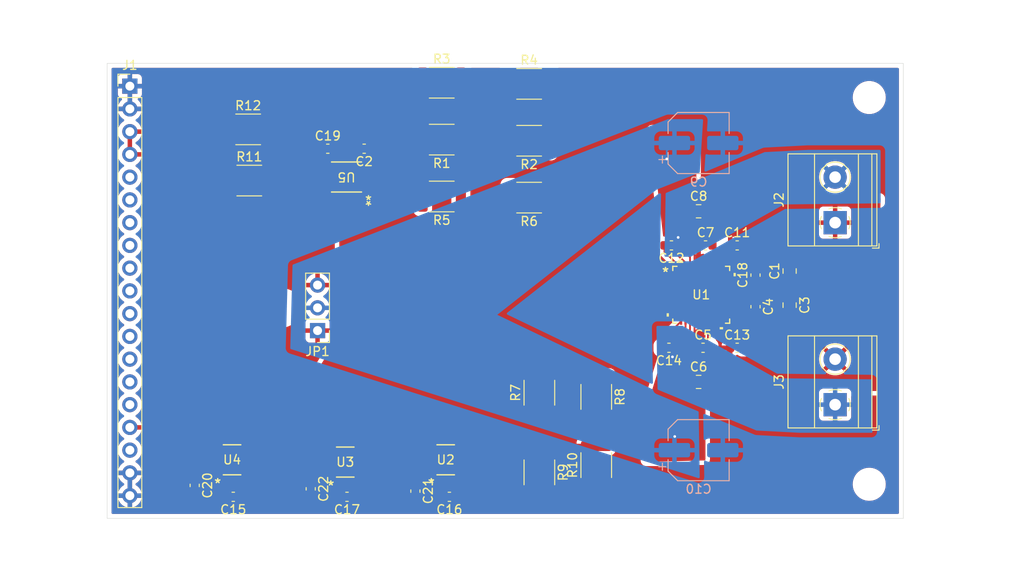
<source format=kicad_pcb>
(kicad_pcb (version 20221018) (generator pcbnew)
  (layers (0 "F.Cu" signal) (31 "B.Cu" signal) (34 "B.Paste" user) (35 "F.Paste" user) (36 "B.SilkS" user "B.Silkscreen") (37 "F.SilkS" user "F.Silkscreen") (38 "B.Mask" user) (39 "F.Mask" user) (44 "Edge.Cuts" user))
  (net 0 "")
  (net 1 "OUTL-")
  (net 2 "OUTL+")
  (net 3 "OUTR-")
  (net 4 "OUTR+")
  (net 5 "GND")
  (net 6 "SCL_AMP")
  (net 7 "SDA_AMP")
  (net 8 "LRCLK")
  (net 9 "SDATA")
  (net 10 "BCLK")
  (net 11 "BSTR+")
  (net 12 "PVDD")
  (net 13 "BSTR-")
  (net 14 "+5V")
  (net 15 "ADDR0")
  (net 16 "ADDR1")
  (net 17 "+1V8")
  (net 18 "BSTL-")
  (net 19 "BSTL+")
  (net 20 "+3.3V")
  (net 21 "SDA_3V3")
  (net 22 "SCL_3V3")
  (net 23 "SDA")
  (net 24 "SCL")
  (net 25 "+12V")
  (net 27 "BCLK_3V3")
  (net 28 "LRCLK_3V3")
  (net 29 "SDATA_3V3")
  (footprint "Connector_PinHeader_2.54mm:PinHeader_1x03_P2.54mm_Vertical" (layer "F.Cu") (at 126.365 108.57 180)
    (fp_text reference "JP1" (at 0 -2.33) (layer "F.SilkS"))
    (fp_text value "Jumper_3_Open")
    (pad "1" thru_hole rect (at 0 0 180) (size 1.7 1.7) (drill 1) (layers "*.Cu" "*.Mask") (net 14 "+5V"))
    (pad "2" thru_hole oval (at 0 2.54 180) (size 1.7 1.7) (drill 1) (layers "*.Cu" "*.Mask") (net 12 "PVDD"))
    (pad "3" thru_hole oval (at 0 5.08 180) (size 1.7 1.7) (drill 1) (layers "*.Cu" "*.Mask") (net 25 "+12V"))
  )
  (footprint "Resistor_SMD:R_1812_4532Metric" (layer "F.Cu") (at 149.987 81.026)
    (fp_text reference "R4" (at 0 -2.65) (layer "F.SilkS"))
    (fp_text value "0")
    (pad "1" smd roundrect (at -2.1375 0) (size 1.125 3.4) (layers "F.Cu" "F.Paste" "F.Mask") (roundrect_rratio 0.222222) (net 7 "SDA_AMP"))
    (pad "2" smd roundrect (at 2.1375 0) (size 1.125 3.4) (layers "F.Cu" "F.Paste" "F.Mask") (roundrect_rratio 0.222222) (net 5 "GND"))
  )
  (footprint "Connector_PinHeader_2.54mm:PinHeader_1x19_P2.54mm_Vertical" (layer "F.Cu") (at 105.41 81.28)
    (fp_text reference "J1" (at 0 -2.33) (layer "F.SilkS"))
    (fp_text value "Conn_01x19_Pin")
    (pad "1" thru_hole rect (at 0 0) (size 1.7 1.7) (drill 1) (layers "*.Cu" "*.Mask") (net 5 "GND"))
    (pad "2" thru_hole oval (at 0 2.54) (size 1.7 1.7) (drill 1) (layers "*.Cu" "*.Mask") (net 5 "GND"))
    (pad "3" thru_hole oval (at 0 5.08) (size 1.7 1.7) (drill 1) (layers "*.Cu" "*.Mask") (net 25 "+12V"))
    (pad "4" thru_hole oval (at 0 7.62) (size 1.7 1.7) (drill 1) (layers "*.Cu" "*.Mask") (net 25 "+12V"))
    (pad "5" thru_hole oval (at 0 10.16) (size 1.7 1.7) (drill 1) (layers "*.Cu" "*.Mask"))
    (pad "6" thru_hole oval (at 0 12.7) (size 1.7 1.7) (drill 1) (layers "*.Cu" "*.Mask") (net 27 "BCLK_3V3"))
    (pad "7" thru_hole oval (at 0 15.24) (size 1.7 1.7) (drill 1) (layers "*.Cu" "*.Mask") (net 28 "LRCLK_3V3"))
    (pad "8" thru_hole oval (at 0 17.78) (size 1.7 1.7) (drill 1) (layers "*.Cu" "*.Mask") (net 29 "SDATA_3V3"))
    (pad "9" thru_hole oval (at 0 20.32) (size 1.7 1.7) (drill 1) (layers "*.Cu" "*.Mask"))
    (pad "10" thru_hole oval (at 0 22.86) (size 1.7 1.7) (drill 1) (layers "*.Cu" "*.Mask") (net 21 "SDA_3V3"))
    (pad "11" thru_hole oval (at 0 25.4) (size 1.7 1.7) (drill 1) (layers "*.Cu" "*.Mask") (net 22 "SCL_3V3"))
    (pad "12" thru_hole oval (at 0 27.94) (size 1.7 1.7) (drill 1) (layers "*.Cu" "*.Mask"))
    (pad "13" thru_hole oval (at 0 30.48) (size 1.7 1.7) (drill 1) (layers "*.Cu" "*.Mask"))
    (pad "14" thru_hole oval (at 0 33.02) (size 1.7 1.7) (drill 1) (layers "*.Cu" "*.Mask"))
    (pad "15" thru_hole oval (at 0 35.56) (size 1.7 1.7) (drill 1) (layers "*.Cu" "*.Mask"))
    (pad "16" thru_hole oval (at 0 38.1) (size 1.7 1.7) (drill 1) (layers "*.Cu" "*.Mask") (net 14 "+5V"))
    (pad "17" thru_hole oval (at 0 40.64) (size 1.7 1.7) (drill 1) (layers "*.Cu" "*.Mask") (net 20 "+3.3V"))
    (pad "18" thru_hole oval (at 0 43.18) (size 1.7 1.7) (drill 1) (layers "*.Cu" "*.Mask") (net 5 "GND"))
    (pad "19" thru_hole oval (at 0 45.72) (size 1.7 1.7) (drill 1) (layers "*.Cu" "*.Mask") (net 5 "GND"))
  )
  (footprint "Capacitor_SMD:C_0805_2012Metric" (layer "F.Cu") (at 168.91 95.25)
    (fp_text reference "C8" (at 0 -1.68) (layer "F.SilkS"))
    (fp_text value "10uF")
    (pad "1" smd roundrect (at -0.95 0) (size 1 1.45) (layers "F.Cu" "F.Paste" "F.Mask") (net 12 "PVDD"))
    (pad "2" smd roundrect (at 0.95 0) (size 1 1.45) (layers "F.Cu" "F.Paste" "F.Mask") (net 5 "GND"))
  )
  (footprint "Capacitor_SMD:C_0603_1608Metric" (layer "F.Cu") (at 137.287 126.492 -90)
    (fp_text reference "C21" (at 0 -1.43 90) (layer "F.SilkS"))
    (fp_text value "0.1uF")
    (pad "1" smd roundrect (at -0.775 0 270) (size 0.9 0.95) (layers "F.Cu" "F.Paste" "F.Mask") (net 20 "+3.3V"))
    (pad "2" smd roundrect (at 0.775 0 270) (size 0.9 0.95) (layers "F.Cu" "F.Paste" "F.Mask") (net 5 "GND"))
  )
  (footprint "Capacitor_SMD:C_0603_1608Metric" (layer "F.Cu") (at 165.595 110.49 180)
    (fp_text reference "C14" (at 0 -1.43) (layer "F.SilkS"))
    (fp_text value "0.22uF")
    (pad "1" smd roundrect (at -0.775 0 180) (size 0.9 0.95) (layers "F.Cu" "F.Paste" "F.Mask") (net 4 "OUTR+"))
    (pad "2" smd roundrect (at 0.775 0 180) (size 0.9 0.95) (layers "F.Cu" "F.Paste" "F.Mask") (net 11 "BSTR+"))
  )
  (footprint "Capacitor_SMD:C_0603_1608Metric" (layer "F.Cu") (at 165.875 99.06 180)
    (fp_text reference "C12" (at 0 -1.43) (layer "F.SilkS"))
    (fp_text value "0.22uF")
    (pad "1" smd roundrect (at -0.775 0 180) (size 0.9 0.95) (layers "F.Cu" "F.Paste" "F.Mask") (net 2 "OUTL+"))
    (pad "2" smd roundrect (at 0.775 0 180) (size 0.9 0.95) (layers "F.Cu" "F.Paste" "F.Mask") (net 19 "BSTL+"))
  )
  (footprint "Capacitor_SMD:C_0805_2012Metric" (layer "F.Cu") (at 179.07 101.92 90)
    (fp_text reference "C1" (at 0 -1.68 90) (layer "F.SilkS"))
    (fp_text value "10uF")
    (pad "1" smd roundrect (at -0.95 0 90) (size 1 1.45) (layers "F.Cu" "F.Paste" "F.Mask") (net 17 "+1V8"))
    (pad "2" smd roundrect (at 0.95 0 90) (size 1 1.45) (layers "F.Cu" "F.Paste" "F.Mask") (net 5 "GND"))
  )
  (footprint "Resistor_SMD:R_1812_4532Metric" (layer "F.Cu") (at 151.13 124.3975 -90)
    (fp_text reference "R9" (at 0 -2.65 90) (layer "F.SilkS"))
    (fp_text value "0")
    (pad "1" smd roundrect (at -2.1375 0 270) (size 1.125 3.4) (layers "F.Cu" "F.Paste" "F.Mask") (roundrect_rratio 0.222222) (net 17 "+1V8"))
    (pad "2" smd roundrect (at 2.1375 0 270) (size 1.125 3.4) (layers "F.Cu" "F.Paste" "F.Mask") (roundrect_rratio 0.222222) (net 16 "ADDR1"))
  )
  (footprint "Resistor_SMD:R_1812_4532Metric" (layer "F.Cu") (at 140.2295 93.599 180)
    (fp_text reference "R5" (at 0 -2.65) (layer "F.SilkS"))
    (fp_text value "0")
    (pad "1" smd roundrect (at -2.1375 0 180) (size 1.125 3.4) (layers "F.Cu" "F.Paste" "F.Mask") (roundrect_rratio 0.222222) (net 24 "SCL"))
    (pad "2" smd roundrect (at 2.1375 0 180) (size 1.125 3.4) (layers "F.Cu" "F.Paste" "F.Mask") (roundrect_rratio 0.222222) (net 6 "SCL_AMP"))
  )
  (footprint "Resistor_SMD:R_1812_4532Metric" (layer "F.Cu") (at 149.987 93.726 180)
    (fp_text reference "R6" (at 0 -2.65) (layer "F.SilkS"))
    (fp_text value "0")
    (pad "1" smd roundrect (at -2.1375 0 180) (size 1.125 3.4) (layers "F.Cu" "F.Paste" "F.Mask") (roundrect_rratio 0.222222) (net 23 "SDA"))
    (pad "2" smd roundrect (at 2.1375 0 180) (size 1.125 3.4) (layers "F.Cu" "F.Paste" "F.Mask") (roundrect_rratio 0.222222) (net 7 "SDA_AMP"))
  )
  (footprint "TerminalBlock_Phoenix:TerminalBlock_Phoenix_MKDS-1,5-2-5.08_1x02_P5.08mm_Horizontal" (layer "F.Cu") (at 184.15 96.52 90)
    (fp_text reference "J2" (at 2.54 -6.26 90) (layer "F.SilkS"))
    (fp_text value "Screw_Terminal_01x02" hide)
    (pad "1" thru_hole rect (at 0 0 90) (size 2.6 2.6) (drill 1.3) (layers "*.Cu" "*.Mask") (net 1 "OUTL-"))
    (pad "2" thru_hole circle (at 5.08 0 90) (size 2.6 2.6) (drill 1.3) (layers "*.Cu" "*.Mask") (net 2 "OUTL+"))
  )
  (footprint "Resistor_SMD:R_1812_4532Metric" (layer "F.Cu") (at 157.48 123.5925 90)
    (fp_text reference "R10" (at 0 -2.65 90) (layer "F.SilkS"))
    (fp_text value "0")
    (pad "1" smd roundrect (at -2.1375 0 90) (size 1.125 3.4) (layers "F.Cu" "F.Paste" "F.Mask") (roundrect_rratio 0.222222) (net 16 "ADDR1"))
    (pad "2" smd roundrect (at 2.1375 0 90) (size 1.125 3.4) (layers "F.Cu" "F.Paste" "F.Mask") (roundrect_rratio 0.222222) (net 5 "GND"))
  )
  (footprint "Resistor_SMD:R_1812_4532Metric" (layer "F.Cu") (at 118.618 86.106)
    (fp_text reference "R12" (at 0 -2.65) (layer "F.SilkS"))
    (fp_text value "10k")
    (pad "1" smd roundrect (at -2.1375 0) (size 1.125 3.4) (layers "F.Cu" "F.Paste" "F.Mask") (roundrect_rratio 0.222222) (net 20 "+3.3V"))
    (pad "2" smd roundrect (at 2.1375 0) (size 1.125 3.4) (layers "F.Cu" "F.Paste" "F.Mask") (roundrect_rratio 0.222222) (net 21 "SDA_3V3"))
  )
  (footprint "Resistor_SMD:R_1812_4532Metric" (layer "F.Cu") (at 140.2295 80.899)
    (fp_text reference "R3" (at 0 -2.65) (layer "F.SilkS"))
    (fp_text value "0")
    (pad "1" smd roundrect (at -2.1375 0) (size 1.125 3.4) (layers "F.Cu" "F.Paste" "F.Mask") (roundrect_rratio 0.222222) (net 6 "SCL_AMP"))
    (pad "2" smd roundrect (at 2.1375 0) (size 1.125 3.4) (layers "F.Cu" "F.Paste" "F.Mask") (roundrect_rratio 0.222222) (net 5 "GND"))
  )
  (footprint "Capacitor_SMD:C_0805_2012Metric" (layer "F.Cu") (at 179.07 105.73 -90)
    (fp_text reference "C3" (at 0 -1.68 90) (layer "F.SilkS"))
    (fp_text value "10uF")
    (pad "1" smd roundrect (at -0.95 0 270) (size 1 1.45) (layers "F.Cu" "F.Paste" "F.Mask") (net 14 "+5V"))
    (pad "2" smd roundrect (at 0.95 0 270) (size 1 1.45) (layers "F.Cu" "F.Paste" "F.Mask") (net 5 "GND"))
  )
  (footprint "I2C_Level_Shift:SOT505-1_NXP" (layer "F.Cu") (at 129.6006 91.4244 180)
    (fp_text reference "U5" (at 0 0 180 unlocked) (layer "F.SilkS"))
    (fp_text value "PCA9517ADP")
    (fp_text user "*" (at -2.4511 -2.626 180 unlocked) (layer "F.SilkS"))
    (fp_text user "*" (at -2.4511 -2.626) (layer "F.SilkS"))
    (pad "1" smd rect (at -2.1971 -0.974999 180) (size 1.4224 0.508) (layers "F.Cu" "F.Paste" "F.Mask") (net 17 "+1V8"))
    (pad "2" smd rect (at -2.1971 -0.325001 180) (size 1.4224 0.508) (layers "F.Cu" "F.Paste" "F.Mask") (net 24 "SCL"))
    (pad "3" smd rect (at -2.1971 0.325001 180) (size 1.4224 0.508) (layers "F.Cu" "F.Paste" "F.Mask") (net 23 "SDA"))
    (pad "4" smd rect (at -2.1971 0.974999 180) (size 1.4224 0.508) (layers "F.Cu" "F.Paste" "F.Mask") (net 5 "GND"))
    (pad "5" smd rect (at 2.1971 0.974999 180) (size 1.4224 0.508) (layers "F.Cu" "F.Paste" "F.Mask") (net 20 "+3.3V"))
    (pad "6" smd rect (at 2.1971 0.325001 180) (size 1.4224 0.508) (layers "F.Cu" "F.Paste" "F.Mask") (net 21 "SDA_3V3"))
    (pad "7" smd rect (at 2.1971 -0.325001 180) (size 1.4224 0.508) (layers "F.Cu" "F.Paste" "F.Mask") (net 22 "SCL_3V3"))
    (pad "8" smd rect (at 2.1971 -0.974999 180) (size 1.4224 0.508) (layers "F.Cu" "F.Paste" "F.Mask") (net 20 "+3.3V"))
  )
  (footprint "MountingHole:MountingHole_3.2mm_M3" (layer "F.Cu") (at 187.96 125.73)
    (fp_text reference "H2" hide)
    (fp_text value "MountingHole" hide)
    (pad "" np_thru_hole circle (at 0 0) (size 3.2 3.2) (drill 3.2) (layers "*.Cu" "*.Mask"))
  )
  (footprint "Capacitor_SMD:C_0603_1608Metric" (layer "F.Cu") (at 169.405 110.49)
    (fp_text reference "C5" (at 0 -1.43) (layer "F.SilkS"))
    (fp_text value "0.1uF")
    (pad "1" smd roundrect (at -0.775 0) (size 0.9 0.95) (layers "F.Cu" "F.Paste" "F.Mask") (net 12 "PVDD"))
    (pad "2" smd roundrect (at 0.775 0) (size 0.9 0.95) (layers "F.Cu" "F.Paste" "F.Mask") (net 5 "GND"))
  )
  (footprint "Capacitor_SMD:C_0603_1608Metric" (layer "F.Cu") (at 125.603 126.238 -90)
    (fp_text reference "C22" (at 0 -1.43 90) (layer "F.SilkS"))
    (fp_text value "0.1uF")
    (pad "1" smd roundrect (at -0.775 0 270) (size 0.9 0.95) (layers "F.Cu" "F.Paste" "F.Mask") (net 20 "+3.3V"))
    (pad "2" smd roundrect (at 0.775 0 270) (size 0.9 0.95) (layers "F.Cu" "F.Paste" "F.Mask") (net 5 "GND"))
  )
  (footprint "Resistor_SMD:R_1812_4532Metric" (layer "F.Cu") (at 151.13 115.5075 90)
    (fp_text reference "R7" (at 0 -2.65 90) (layer "F.SilkS"))
    (fp_text value "0")
    (pad "1" smd roundrect (at -2.1375 0 90) (size 1.125 3.4) (layers "F.Cu" "F.Paste" "F.Mask") (roundrect_rratio 0.222222) (net 17 "+1V8"))
    (pad "2" smd roundrect (at 2.1375 0 90) (size 1.125 3.4) (layers "F.Cu" "F.Paste" "F.Mask") (roundrect_rratio 0.222222) (net 15 "ADDR0"))
  )
  (footprint "TerminalBlock_Phoenix:TerminalBlock_Phoenix_MKDS-1,5-2-5.08_1x02_P5.08mm_Horizontal" (layer "F.Cu") (at 184.15 116.84 90)
    (fp_text reference "J3" (at 2.54 -6.26 90) (layer "F.SilkS"))
    (fp_text value "Screw_Terminal_01x02" hide)
    (pad "1" thru_hole rect (at 0 0 90) (size 2.6 2.6) (drill 1.3) (layers "*.Cu" "*.Mask") (net 4 "OUTR+"))
    (pad "2" thru_hole circle (at 5.08 0 90) (size 2.6 2.6) (drill 1.3) (layers "*.Cu" "*.Mask") (net 3 "OUTR-"))
  )
  (footprint "1Bit_Level_Shift:SOT26-6_DIO" (layer "F.Cu") (at 140.67155 122.997001)
    (fp_text reference "U2" (at 0 0 unlocked) (layer "F.SilkS"))
    (fp_text value "74LVC1T45W6-7")
    (fp_text user "*" (at -1.60655 2.6518 unlocked) (layer "F.SilkS"))
    (fp_text user "*" (at -1.60655 2.6518) (layer "F.SilkS"))
    (pad "1" smd rect (at -1.35255 0.950001) (size 1.0033 0.5588) (layers "F.Cu" "F.Paste" "F.Mask") (net 20 "+3.3V"))
    (pad "2" smd rect (at -1.35255 0) (size 1.0033 0.5588) (layers "F.Cu" "F.Paste" "F.Mask") (net 5 "GND"))
    (pad "3" smd rect (at -1.35255 -0.950001) (size 1.0033 0.5588) (layers "F.Cu" "F.Paste" "F.Mask") (net 29 "SDATA_3V3"))
    (pad "4" smd rect (at 1.35255 -0.950001) (size 1.0033 0.5588) (layers "F.Cu" "F.Paste" "F.Mask") (net 9 "SDATA"))
    (pad "5" smd rect (at 1.35255 0) (size 1.0033 0.5588) (layers "F.Cu" "F.Paste" "F.Mask") (net 20 "+3.3V"))
    (pad "6" smd rect (at 1.35255 0.950001) (size 1.0033 0.5588) (layers "F.Cu" "F.Paste" "F.Mask") (net 17 "+1V8"))
  )
  (footprint "Resistor_SMD:R_1812_4532Metric" (layer "F.Cu") (at 157.48 115.9725 -90)
    (fp_text reference "R8" (at 0 -2.65 90) (layer "F.SilkS"))
    (fp_text value "0")
    (pad "1" smd roundrect (at -2.1375 0 270) (size 1.125 3.4) (layers "F.Cu" "F.Paste" "F.Mask") (roundrect_rratio 0.222222) (net 15 "ADDR0"))
    (pad "2" smd roundrect (at 2.1375 0 270) (size 1.125 3.4) (layers "F.Cu" "F.Paste" "F.Mask") (roundrect_rratio 0.222222) (net 5 "GND"))
  )
  (footprint "Capacitor_SMD:C_0805_2012Metric" (layer "F.Cu") (at 168.91 114.3)
    (fp_text reference "C6" (at 0 -1.68) (layer "F.SilkS"))
    (fp_text value "10uF")
    (pad "1" smd roundrect (at -0.95 0) (size 1 1.45) (layers "F.Cu" "F.Paste" "F.Mask") (net 12 "PVDD"))
    (pad "2" smd roundrect (at 0.95 0) (size 1 1.45) (layers "F.Cu" "F.Paste" "F.Mask") (net 5 "GND"))
  )
  (footprint "Capacitor_SMD:C_0603_1608Metric" (layer "F.Cu") (at 112.649 125.857 -90)
    (fp_text reference "C20" (at 0 -1.43 90) (layer "F.SilkS"))
    (fp_text value "0.1uF")
    (pad "1" smd roundrect (at -0.775 0 270) (size 0.9 0.95) (layers "F.Cu" "F.Paste" "F.Mask") (net 20 "+3.3V"))
    (pad "2" smd roundrect (at 0.775 0 270) (size 0.9 0.95) (layers "F.Cu" "F.Paste" "F.Mask") (net 5 "GND"))
  )
  (footprint "Capacitor_SMD:C_0603_1608Metric" (layer "F.Cu") (at 127.508 88.265)
    (fp_text reference "C19" (at 0 -1.43) (layer "F.SilkS"))
    (fp_text value "0.1uF")
    (pad "1" smd roundrect (at -0.775 0) (size 0.9 0.95) (layers "F.Cu" "F.Paste" "F.Mask") (net 20 "+3.3V"))
    (pad "2" smd roundrect (at 0.775 0) (size 0.9 0.95) (layers "F.Cu" "F.Paste" "F.Mask") (net 5 "GND"))
  )
  (footprint "Capacitor_SMD:C_0603_1608Metric" (layer "F.Cu") (at 129.654 127.127 180)
    (fp_text reference "C17" (at 0 -1.43) (layer "F.SilkS"))
    (fp_text value "0.1uF")
    (pad "1" smd roundrect (at -0.775 0 180) (size 0.9 0.95) (layers "F.Cu" "F.Paste" "F.Mask") (net 17 "+1V8"))
    (pad "2" smd roundrect (at 0.775 0 180) (size 0.9 0.95) (layers "F.Cu" "F.Paste" "F.Mask") (net 5 "GND"))
  )
  (footprint "Capacitor_SMD:C_0603_1608Metric" (layer "F.Cu") (at 175.26 105.905 -90)
    (fp_text reference "C4" (at 0 -1.43 90) (layer "F.SilkS"))
    (fp_text value "0.1uF")
    (pad "1" smd roundrect (at -0.775 0 270) (size 0.9 0.95) (layers "F.Cu" "F.Paste" "F.Mask") (net 14 "+5V"))
    (pad "2" smd roundrect (at 0.775 0 270) (size 0.9 0.95) (layers "F.Cu" "F.Paste" "F.Mask") (net 5 "GND"))
  )
  (footprint "SSM3582_ClassD_Audio_Amp:CP_40_7_ADI" (layer "F.Cu") (at 169.199999 104.5718)
    (fp_text reference "U1" (at 0 0 unlocked) (layer "F.SilkS"))
    (fp_text value "SSM3582ACPZ")
    (fp_text user "*" (at -3.9878 -2.5 unlocked) (layer "F.SilkS"))
    (fp_text user "*" (at -3.9878 -2.5) (layer "F.SilkS"))
    (pad "1" smd rect (at -2.9718 -2.250001 90) (size 0.254 0.762) (layers "F.Cu" "F.Paste" "F.Mask") (net 5 "GND"))
    (pad "2" smd rect (at -2.9718 -1.749999 90) (size 0.254 0.762) (layers "F.Cu" "F.Paste" "F.Mask") (net 5 "GND"))
    (pad "3" smd rect (at -2.9718 -1.25 90) (size 0.254 0.762) (layers "F.Cu" "F.Paste" "F.Mask") (net 5 "GND"))
    (pad "4" smd rect (at -2.9718 -0.750001 90) (size 0.254 0.762) (layers "F.Cu" "F.Paste" "F.Mask") (net 6 "SCL_AMP"))
    (pad "5" smd rect (at -2.9718 -0.25 90) (size 0.254 0.762) (layers "F.Cu" "F.Paste" "F.Mask") (net 7 "SDA_AMP"))
    (pad "6" smd rect (at -2.9718 0.25 90) (size 0.254 0.762) (layers "F.Cu" "F.Paste" "F.Mask") (net 8 "LRCLK"))
    (pad "7" smd rect (at -2.9718 0.750001 90) (size 0.254 0.762) (layers "F.Cu" "F.Paste" "F.Mask") (net 9 "SDATA"))
    (pad "8" smd rect (at -2.9718 1.25 90) (size 0.254 0.762) (layers "F.Cu" "F.Paste" "F.Mask") (net 10 "BCLK"))
    (pad "9" smd rect (at -2.9718 1.749999 90) (size 0.254 0.762) (layers "F.Cu" "F.Paste" "F.Mask") (net 5 "GND"))
    (pad "10" smd rect (at -2.9718 2.250001 90) (size 0.254 0.762) (layers "F.Cu" "F.Paste" "F.Mask") (net 5 "GND"))
    (pad "11" smd rect (at -2.250001 2.9718) (size 0.254 0.762) (layers "F.Cu" "F.Paste" "F.Mask") (net 11 "BSTR+"))
    (pad "12" smd rect (at -1.749999 2.9718) (size 0.254 0.762) (layers "F.Cu" "F.Paste" "F.Mask") (net 4 "OUTR+"))
    (pad "13" smd rect (at -1.25 2.9718) (size 0.254 0.762) (layers "F.Cu" "F.Paste" "F.Mask") (net 4 "OUTR+"))
    (pad "14" smd rect (at -0.750001 2.9718) (size 0.254 0.762) (layers "F.Cu" "F.Paste" "F.Mask") (net 12 "PVDD"))
    (pad "15" smd rect (at -0.25 2.9718) (size 0.254 0.762) (layers "F.Cu" "F.Paste" "F.Mask") (net 12 "PVDD"))
    (pad "16" smd rect (at 0.25 2.9718) (size 0.254 0.762) (layers "F.Cu" "F.Paste" "F.Mask") (net 12 "PVDD"))
    (pad "17" smd rect (at 0.750001 2.9718) (size 0.254 0.762) (layers "F.Cu" "F.Paste" "F.Mask") (net 12 "PVDD"))
    (pad "18" smd rect (at 1.25 2.9718) (size 0.254 0.762) (layers "F.Cu" "F.Paste" "F.Mask") (net 3 "OUTR-"))
    (pad "19" smd rect (at 1.749999 2.9718) (size 0.254 0.762) (layers "F.Cu" "F.Paste" "F.Mask") (net 3 "OUTR-"))
    (pad "20" smd rect (at 2.250001 2.9718) (size 0.254 0.762) (layers "F.Cu" "F.Paste" "F.Mask") (net 13 "BSTR-"))
    (pad "21" smd rect (at 2.9718 2.250001 90) (size 0.254 0.762) (layers "F.Cu" "F.Paste" "F.Mask") (net 5 "GND"))
    (pad "22" smd rect (at 2.9718 1.749999 90) (size 0.254 0.762) (layers "F.Cu" "F.Paste" "F.Mask") (net 5 "GND"))
    (pad "23" smd rect (at 2.9718 1.25 90) (size 0.254 0.762) (layers "F.Cu" "F.Paste" "F.Mask") (net 14 "+5V"))
    (pad "24" smd rect (at 2.9718 0.750001 90) (size 0.254 0.762) (layers "F.Cu" "F.Paste" "F.Mask") (net 14 "+5V"))
    (pad "25" smd rect (at 2.9718 0.25 90) (size 0.254 0.762) (layers "F.Cu" "F.Paste" "F.Mask") (net 5 "GND"))
    (pad "26" smd rect (at 2.9718 -0.25 90) (size 0.254 0.762) (layers "F.Cu" "F.Paste" "F.Mask") (net 15 "ADDR0"))
    (pad "27" smd rect (at 2.9718 -0.750001 90) (size 0.254 0.762) (layers "F.Cu" "F.Paste" "F.Mask") (net 16 "ADDR1"))
    (pad "28" smd rect (at 2.9718 -1.25 90) (size 0.254 0.762) (layers "F.Cu" "F.Paste" "F.Mask") (net 17 "+1V8"))
    (pad "29" smd rect (at 2.9718 -1.749999 90) (size 0.254 0.762) (layers "F.Cu" "F.Paste" "F.Mask") (net 5 "GND"))
    (pad "30" smd rect (at 2.9718 -2.250001 90) (size 0.254 0.762) (layers "F.Cu" "F.Paste" "F.Mask") (net 5 "GND"))
    (pad "31" smd rect (at 2.250001 -2.9718) (size 0.254 0.762) (layers "F.Cu" "F.Paste" "F.Mask") (net 18 "BSTL-"))
    (pad "32" smd rect (at 1.749999 -2.9718) (size 0.254 0.762) (layers "F.Cu" "F.Paste" "F.Mask") (net 1 "OUTL-"))
    (pad "33" smd rect (at 1.25 -2.9718) (size 0.254 0.762) (layers "F.Cu" "F.Paste" "F.Mask") (net 1 "OUTL-"))
    (pad "34" smd rect (at 0.750001 -2.9718) (size 0.254 0.762) (layers "F.Cu" "F.Paste" "F.Mask") (net 12 "PVDD"))
    (pad "35" smd rect (at 0.25 -2.9718) (size 0.254 0.762) (layers "F.Cu" "F.Paste" "F.Mask") (net 12 "PVDD"))
    (pad "36" smd rect (at -0.25 -2.9718) (size 0.254 0.762) (layers "F.Cu" "F.Paste" "F.Mask") (net 12 "PVDD"))
    (pad "37" smd rect (at -0.750001 -2.9718) (size 0.254 0.762) (layers "F.Cu" "F.Paste" "F.Mask") (net 12 "PVDD"))
    (pad "38" smd rect (at -1.25 -2.9718) (size 0.254 0.762) (layers "F.Cu" "F.Paste" "F.Mask") (net 2 "OUTL+"))
    (pad "39" smd rect (at -1.749999 -2.9718) (size 0.254 0.762) (layers "F.Cu" "F.Paste" "F.Mask") (net 2 "OUTL+"))
    (pad "40" smd rect (at -2.250001 -2.9718) (size 0.254 0.762) (layers "F.Cu" "F.Paste" "F.Mask") (net 19 "BSTL+"))
    (pad "41" smd rect (at 0 0) (size 4.699 4.699) (layers "F.Cu" "F.Mask") (net 5 "GND"))
  )
  (footprint "Resistor_SMD:R_1812_4532Metric" (layer "F.Cu") (at 140.2295 87.249 180)
    (fp_text reference "R1" (at 0 -2.65) (layer "F.SilkS"))
    (fp_text value "0")
    (pad "1" smd roundrect (at -2.1375 0 180) (size 1.125 3.4) (layers "F.Cu" "F.Paste" "F.Mask") (roundrect_rratio 0.222222) (net 17 "+1V8"))
    (pad "2" smd roundrect (at 2.1375 0 180) (size 1.125 3.4) (layers "F.Cu" "F.Paste" "F.Mask") (roundrect_rratio 0.222222) (net 6 "SCL_AMP"))
  )
  (footprint "1Bit_Level_Shift:SOT26-6_DIO" (layer "F.Cu") (at 116.82155 122.997001)
    (fp_text reference "U4" (at 0 0 unlocked) (layer "F.SilkS"))
    (fp_text value "74LVC1T45W6-7")
    (fp_text user "*" (at -1.60655 2.6518) (layer "F.SilkS"))
    (fp_text user "*" (at -1.60655 2.6518 unlocked) (layer "F.SilkS"))
    (pad "1" smd rect (at -1.35255 0.950001) (size 1.0033 0.5588) (layers "F.Cu" "F.Paste" "F.Mask") (net 20 "+3.3V"))
    (pad "2" smd rect (at -1.35255 0) (size 1.0033 0.5588) (layers "F.Cu" "F.Paste" "F.Mask") (net 5 "GND"))
    (pad "3" smd rect (at -1.35255 -0.950001) (size 1.0033 0.5588) (layers "F.Cu" "F.Paste" "F.Mask") (net 27 "BCLK_3V3"))
    (pad "4" smd rect (at 1.35255 -0.950001) (size 1.0033 0.5588) (layers "F.Cu" "F.Paste" "F.Mask") (net 10 "BCLK"))
    (pad "5" smd rect (at 1.35255 0) (size 1.0033 0.5588) (layers "F.Cu" "F.Paste" "F.Mask") (net 20 "+3.3V"))
    (pad "6" smd rect (at 1.35255 0.950001) (size 1.0033 0.5588) (layers "F.Cu" "F.Paste" "F.Mask") (net 17 "+1V8"))
  )
  (footprint "Resistor_SMD:R_1812_4532Metric" (layer "F.Cu") (at 118.745 91.821)
    (fp_text reference "R11" (at 0 -2.65) (layer "F.SilkS"))
    (fp_text value "10k")
    (pad "1" smd roundrect (at -2.1375 0) (size 1.125 3.4) (layers "F.Cu" "F.Paste" "F.Mask") (roundrect_rratio 0.222222) (net 20 "+3.3V"))
    (pad "2" smd roundrect (at 2.1375 0) (size 1.125 3.4) (layers "F.Cu" "F.Paste" "F.Mask") (roundrect_rratio 0.222222) (net 22 "SCL_3V3"))
  )
  (footprint "Capacitor_SMD:C_0603_1608Metric" (layer "F.Cu") (at 116.954 127.127 180)
    (fp_text reference "C15" (at 0 -1.43) (layer "F.SilkS"))
    (fp_text value "0.1uF")
    (pad "1" smd roundrect (at -0.775 0 180) (size 0.9 0.95) (layers "F.Cu" "F.Paste" "F.Mask") (net 17 "+1V8"))
    (pad "2" smd roundrect (at 0.775 0 180) (size 0.9 0.95) (layers "F.Cu" "F.Paste" "F.Mask") (net 5 "GND"))
  )
  (footprint "Capacitor_SMD:C_0603_1608Metric" (layer "F.Cu") (at 173.215 99.06)
    (fp_text reference "C11" (at 0 -1.43) (layer "F.SilkS"))
    (fp_text value "0.22uF")
    (pad "1" smd roundrect (at -0.775 0) (size 0.9 0.95) (layers "F.Cu" "F.Paste" "F.Mask") (net 1 "OUTL-"))
    (pad "2" smd roundrect (at 0.775 0) (size 0.9 0.95) (layers "F.Cu" "F.Paste" "F.Mask") (net 18 "BSTL-"))
  )
  (footprint "Capacitor_SMD:C_0603_1608Metric" (layer "F.Cu") (at 131.572 88.265 180)
    (fp_text reference "C2" (at 0 -1.43) (layer "F.SilkS"))
    (fp_text value "0.1uF")
    (pad "1" smd roundrect (at -0.775 0 180) (size 0.9 0.95) (layers "F.Cu" "F.Paste" "F.Mask") (net 17 "+1V8"))
    (pad "2" smd roundrect (at 0.775 0 180) (size 0.9 0.95) (layers "F.Cu" "F.Paste" "F.Mask") (net 5 "GND"))
  )
  (footprint "Capacitor_SMD:C_0603_1608Metric" (layer "F.Cu") (at 141.084 127.127 180)
    (fp_text reference "C16" (at 0 -1.43) (layer "F.SilkS"))
    (fp_text value "0.1uF")
    (pad "1" smd roundrect (at -0.775 0 180) (size 0.9 0.95) (layers "F.Cu" "F.Paste" "F.Mask") (net 17 "+1V8"))
    (pad "2" smd roundrect (at 0.775 0 180) (size 0.9 0.95) (layers "F.Cu" "F.Paste" "F.Mask") (net 5 "GND"))
  )
  (footprint "Capacitor_SMD:C_0603_1608Metric" (layer "F.Cu") (at 169.685 99.06)
    (fp_text reference "C7" (at 0 -1.43) (layer "F.SilkS"))
    (fp_text value "0.1uF")
    (pad "1" smd roundrect (at -0.775 0) (size 0.9 0.95) (layers "F.Cu" "F.Paste" "F.Mask") (net 12 "PVDD"))
    (pad "2" smd roundrect (at 0.775 0) (size 0.9 0.95) (layers "F.Cu" "F.Paste" "F.Mask") (net 5 "GND"))
  )
  (footprint "Capacitor_SMD:C_0603_1608Metric" (layer "F.Cu") (at 173.215 110.49)
    (fp_text reference "C13" (at 0 -1.43) (layer "F.SilkS"))
    (fp_text value "0.22uF")
    (pad "1" smd roundrect (at -0.775 0) (size 0.9 0.95) (layers "F.Cu" "F.Paste" "F.Mask") (net 3 "OUTR-"))
    (pad "2" smd roundrect (at 0.775 0) (size 0.9 0.95) (layers "F.Cu" "F.Paste" "F.Mask") (net 13 "BSTR-"))
  )
  (footprint "Capacitor_SMD:C_0603_1608Metric" (layer "F.Cu") (at 175.26 102.375 90)
    (fp_text reference "C18" (at 0 -1.43 90) (layer "F.SilkS"))
    (fp_text value "0.1uF")
    (pad "1" smd roundrect (at -0.775 0 90) (size 0.9 0.95) (layers "F.Cu" "F.Paste" "F.Mask") (net 17 "+1V8"))
    (pad "2" smd roundrect (at 0.775 0 90) (size 0.9 0.95) (layers "F.Cu" "F.Paste" "F.Mask") (net 5 "GND"))
  )
  (footprint "Resistor_SMD:R_1812_4532Metric" (layer "F.Cu") (at 149.987 87.376 180)
    (fp_text reference "R2" (at 0 -2.65) (layer "F.SilkS"))
    (fp_text value "0")
    (pad "1" smd roundrect (at -2.1375 0 180) (size 1.125 3.4) (layers "F.Cu" "F.Paste" "F.Mask") (roundrect_rratio 0.222222) (net 17 "+1V8"))
    (pad "2" smd roundrect (at 2.1375 0 180) (size 1.125 3.4) (layers "F.Cu" "F.Paste" "F.Mask") (roundrect_rratio 0.222222) (net 7 "SDA_AMP"))
  )
  (footprint "1Bit_Level_Shift:SOT26-6_DIO" (layer "F.Cu") (at 129.45745 123.251001)
    (fp_text reference "U3" (at 0 0 unlocked) (layer "F.SilkS"))
    (fp_text value "74LVC1T45W6-7")
    (fp_text user "*" (at -1.60655 2.6518 unlocked) (layer "F.SilkS"))
    (fp_text user "*" (at -1.60655 2.6518) (layer "F.SilkS"))
    (pad "1" smd rect (at -1.35255 0.950001) (size 1.0033 0.5588) (layers "F.Cu" "F.Paste" "F.Mask") (net 20 "+3.3V"))
    (pad "2" smd rect (at -1.35255 0) (size 1.0033 0.5588) (layers "F.Cu" "F.Paste" "F.Mask") (net 5 "GND"))
    (pad "3" smd rect (at -1.35255 -0.950001) (size 1.0033 0.5588) (layers "F.Cu" "F.Paste" "F.Mask") (net 28 "LRCLK_3V3"))
    (pad "4" smd rect (at 1.35255 -0.950001) (size 1.0033 0.5588) (layers "F.Cu" "F.Paste" "F.Mask") (net 8 "LRCLK"))
    (pad "5" smd rect (at 1.35255 0) (size 1.0033 0.5588) (layers "F.Cu" "F.Paste" "F.Mask") (net 20 "+3.3V"))
    (pad "6" smd rect (at 1.35255 0.950001) (size 1.0033 0.5588) (layers "F.Cu" "F.Paste" "F.Mask") (net 17 "+1V8"))
  )
  (footprint "MountingHole:MountingHole_3.2mm_M3" (layer "F.Cu") (at 187.96 82.55)
    (fp_text reference "H1" hide)
    (fp_text value "MountingHole" hide)
    (pad "" np_thru_hole circle (at 0 0) (size 3.2 3.2) (drill 3.2) (layers "*.Cu" "*.Mask"))
  )
  (footprint "Capacitor_SMD:CP_Elec_6.3x7.7" (layer "B.Cu") (at 168.91 121.92)
    (fp_text reference "C10" (at 0 4.35) (layer "B.SilkS") (effects (justify mirror)))
    (fp_text value "470uF")
    (pad "1" smd roundrect (at -2.7 0) (size 3.5 1.6) (layers "B.Cu" "B.Paste" "B.Mask") (roundrect_rratio 0.15625) (net 12 "PVDD"))
    (pad "2" smd roundrect (at 2.7 0) (size 3.5 1.6) (layers "B.Cu" "B.Paste" "B.Mask") (roundrect_rratio 0.15625) (net 5 "GND"))
  )
  (footprint "Capacitor_SMD:CP_Elec_6.3x7.7" (layer "B.Cu") (at 168.91 87.63)
    (fp_text reference "C9" (at 0 4.35) (layer "B.SilkS") (effects (justify mirror)))
    (fp_text value "470uF")
    (pad "1" smd roundrect (at -2.7 0) (size 3.5 1.6) (layers "B.Cu" "B.Paste" "B.Mask") (roundrect_rratio 0.15625) (net 12 "PVDD"))
    (pad "2" smd roundrect (at 2.7 0) (size 3.5 1.6) (layers "B.Cu" "B.Paste" "B.Mask") (roundrect_rratio 0.15625) (net 5 "GND"))
  )
  (gr_rect (start 102.87 78.74) (end 191.77 129.54) (stroke (width 0.05)) (fill none) (layer "Edge.Cuts"))
  (segment (start 170.949998 101.6) (end 170.949998 100.992002) (width 0.2) (layer "F.Cu") (net 1))
  (segment (start 170.449999 101.6) (end 170.449999 100.695001) (width 0.2) (layer "F.Cu") (net 1))
  (segment (start 170.449999 100.695001) (end 172.085 99.06) (width 0.2) (layer "F.Cu") (net 1))
  (segment (start 172.44 99.502) (end 172.44 99.06) (width 0.2) (layer "F.Cu") (net 1))
  (segment (start 170.949998 100.992002) (end 172.44 99.502) (width 0.2) (layer "F.Cu") (net 1))
  (segment (start 172.085 99.06) (end 172.44 99.06) (width 0.2) (layer "F.Cu") (net 1))
  (segment (start 167.949999 101.6) (end 167.949999 100.359999) (width 0.2) (layer "F.Cu") (net 2))
  (segment (start 167.949999 100.359999) (end 166.65 99.06) (width 0.2) (layer "F.Cu") (net 2))
  (segment (start 166.878 100.457) (end 166.65 100.229) (width 0.2) (layer "F.Cu") (net 2))
  (segment (start 166.65 100.229) (end 166.65 99.06) (width 0.2) (layer "F.Cu") (net 2))
  (segment (start 167.45 100.992002) (end 166.914998 100.457) (width 0.2) (layer "F.Cu") (net 2))
  (segment (start 167.45 101.6) (end 167.45 100.992002) (width 0.2) (layer "F.Cu") (net 2))
  (segment (start 166.65 98.197) (end 166.624 98.171) (width 0.2) (layer "F.Cu") (net 2))
  (segment (start 166.914998 100.457) (end 166.878 100.457) (width 0.2) (layer "F.Cu") (net 2))
  (segment (start 166.65 99.06) (end 166.65 98.197) (width 0.2) (layer "F.Cu") (net 2))
  (via (at 166.624 98.171) (size 0.6) (drill 0.3) (layers "F.Cu" "B.Cu") (net 2))
  (segment (start 170.949998 107.5436) (end 170.949998 108.338998) (width 0.2) (layer "F.Cu") (net 3))
  (segment (start 170.449999 107.5436) (end 170.449999 108.499999) (width 0.2) (layer "F.Cu") (net 3))
  (segment (start 172.44 109.829) (end 172.44 110.49) (width 0.2) (layer "F.Cu") (net 3))
  (segment (start 170.949998 108.338998) (end 172.44 109.829) (width 0.2) (layer "F.Cu") (net 3))
  (segment (start 170.449999 108.499999) (end 172.44 110.49) (width 0.2) (layer "F.Cu") (net 3))
  (segment (start 166.37 110.49) (end 166.37 111.125) (width 0.2) (layer "F.Cu") (net 4))
  (segment (start 166.37 109.347) (end 166.37 110.49) (width 0.2) (layer "F.Cu") (net 4))
  (segment (start 167.45 108.267) (end 166.37 109.347) (width 0.2) (layer "F.Cu") (net 4))
  (segment (start 167.949999 108.910001) (end 166.37 110.49) (width 0.2) (layer "F.Cu") (net 4))
  (segment (start 167.45 107.5436) (end 167.45 108.267) (width 0.2) (layer "F.Cu") (net 4))
  (segment (start 167.949999 107.5436) (end 167.949999 108.910001) (width 0.2) (layer "F.Cu") (net 4))
  (segment (start 166.37 111.125) (end 165.989 111.506) (width 0.2) (layer "F.Cu") (net 4))
  (via (at 165.989 111.506) (size 0.6) (drill 0.3) (layers "F.Cu" "B.Cu") (net 4))
  (segment (start 172.171799 106.321799) (end 174.901799 106.321799) (width 0.2) (layer "F.Cu") (net 5))
  (segment (start 175.118199 106.821801) (end 175.26 106.68) (width 0.2) (layer "F.Cu") (net 5))
  (segment (start 173.903201 102.321799) (end 174.625 101.6) (width 0.2) (layer "F.Cu") (net 5))
  (segment (start 174.625 101.6) (end 175.26 101.6) (width 0.2) (layer "F.Cu") (net 5))
  (segment (start 174.038199 102.821801) (end 175.26 101.6) (width 0.2) (layer "F.Cu") (net 5))
  (segment (start 172.171799 106.821801) (end 175.118199 106.821801) (width 0.2) (layer "F.Cu") (net 5))
  (segment (start 170.18 113.98) (end 169.86 114.3) (width 0.2) (layer "F.Cu") (net 5))
  (segment (start 172.171799 102.821801) (end 174.038199 102.821801) (width 0.2) (layer "F.Cu") (net 5))
  (segment (start 175.26 101.6) (end 178.44 101.6) (width 0.2) (layer "F.Cu") (net 5))
  (segment (start 170.18 110.49) (end 170.18 113.98) (width 0.2) (layer "F.Cu") (net 5))
  (segment (start 174.901799 106.321799) (end 175.26 106.68) (width 0.2) (layer "F.Cu") (net 5))
  (segment (start 172.171799 102.321799) (end 173.903201 102.321799) (width 0.2) (layer "F.Cu") (net 5))
  (segment (start 178.44 101.6) (end 179.07 100.97) (width 0.2) (layer "F.Cu") (net 5))
  (segment (start 175.26 106.68) (end 179.07 106.68) (width 0.2) (layer "F.Cu") (net 5))
  (segment (start 164.82 110.49) (end 164.82 109.673598) (width 0.2) (layer "F.Cu") (net 11))
  (segment (start 164.82 109.673598) (end 166.949998 107.5436) (width 0.2) (layer "F.Cu") (net 11))
  (segment (start 168.449998 107.5436) (end 168.449998 110.309998) (width 0.2) (layer "F.Cu") (net 12))
  (segment (start 168.449998 101.6) (end 168.449998 99.520002) (width 0.2) (layer "F.Cu") (net 12))
  (segment (start 168.449998 110.309998) (end 168.63 110.49) (width 0.2) (layer "F.Cu") (net 12))
  (segment (start 168.449998 99.520002) (end 168.91 99.06) (width 0.2) (layer "F.Cu") (net 12))
  (segment (start 168.91 110.49) (end 168.63 110.49) (width 0.2) (layer "F.Cu") (net 12))
  (segment (start 169.95 100.989) (end 168.91 99.949) (width 0.2) (layer "F.Cu") (net 12))
  (segment (start 169.95 109.45) (end 168.91 110.49) (width 0.2) (layer "F.Cu") (net 12))
  (segment (start 168.91 99.949) (end 168.91 99.06) (width 0.2) (layer "F.Cu") (net 12))
  (segment (start 169.95 101.6) (end 169.95 100.989) (width 0.2) (layer "F.Cu") (net 12))
  (segment (start 169.95 107.5436) (end 169.95 109.45) (width 0.2) (layer "F.Cu") (net 12))
  (via (at 165.354 89.408) (size 0.6) (drill 0.3) (layers "F.Cu" "B.Cu") (net 12))
  (via (at 166.243 120.396) (size 0.6) (drill 0.3) (layers "F.Cu" "B.Cu") (net 12))
  (segment (start 166.21 121.92) (end 166.21 120.429) (width 0.2) (layer "B.Cu") (net 12))
  (segment (start 165.354 88.486) (end 165.354 89.408) (width 0.2) (layer "B.Cu") (net 12))
  (segment (start 166.21 87.63) (end 165.354 88.486) (width 0.2) (layer "B.Cu") (net 12))
  (segment (start 166.21 120.429) (end 166.243 120.396) (width 0.2) (layer "B.Cu") (net 12))
  (segment (start 171.45 107.5436) (end 173.99 110.0836) (width 0.2) (layer "F.Cu") (net 13))
  (segment (start 173.99 110.0836) (end 173.99 110.49) (width 0.2) (layer "F.Cu") (net 13))
  (segment (start 175.26 105.13) (end 178.72 105.13) (width 0.2) (layer "F.Cu") (net 14))
  (segment (start 172.171799 105.8218) (end 174.5682 105.8218) (width 0.2) (layer "F.Cu") (net 14))
  (segment (start 175.068199 105.321801) (end 175.26 105.13) (width 0.2) (layer "F.Cu") (net 14))
  (segment (start 172.171799 105.321801) (end 175.068199 105.321801) (width 0.2) (layer "F.Cu") (net 14))
  (segment (start 174.5682 105.8218) (end 175.26 105.13) (width 0.2) (layer "F.Cu") (net 14))
  (segment (start 178.72 105.13) (end 179.07 104.78) (width 0.2) (layer "F.Cu") (net 14))
  (segment (start 175.26 103.15) (end 178.79 103.15) (width 0.2) (layer "F.Cu") (net 17))
  (segment (start 178.79 103.15) (end 179.07 102.87) (width 0.2) (layer "F.Cu") (net 17))
  (segment (start 172.171799 103.3218) (end 175.0882 103.3218) (width 0.2) (layer "F.Cu") (net 17))
  (segment (start 175.0882 103.3218) (end 175.26 103.15) (width 0.2) (layer "F.Cu") (net 17))
  (segment (start 171.45 101.6) (end 173.99 99.06) (width 0.2) (layer "F.Cu") (net 18))
  (segment (start 166.949998 101.6) (end 165.1 99.750002) (width 0.2) (layer "F.Cu") (net 19))
  (segment (start 165.1 99.750002) (end 165.1 99.06) (width 0.2) (layer "F.Cu") (net 19))
  (zone (net 5) (net_name "GND") (layer "F.Cu") (connect_pads (clearance 0.5)) (min_thickness 0.25) (fill yes (thermal_gap 0.5) (thermal_bridge_width 0.5))
    (polygon (pts (xy 102.87 78.74) (xy 102.87 129.54) (xy 191.77 129.54) (xy 191.77 78.74)))
  )
  (zone (net 25) (net_name "+12V") (layer "F.Cu") (priority 1) (connect_pads (clearance 0.5)) (min_thickness 0.25) (fill yes (thermal_gap 0.5) (thermal_bridge_width 0.5))
    (polygon (pts (xy 104.267 92.583) (xy 108.585 92.71) (xy 114.173 100.457) (xy 124.206 104.394) (xy 126.365 104.775) (xy 128.397 104.775) (xy 128.27 98.044) (xy 118.618 86.106) (xy 104.267 85.217)))
  )
  (zone (net 1) (net_name "OUTL-") (layer "F.Cu") (priority 1) (connect_pads (clearance 0.5)) (min_thickness 0.25) (fill yes (thermal_gap 0.5) (thermal_bridge_width 0.5))
    (polygon (pts (xy 170.053 101.219) (xy 170.18 100.965) (xy 169.545 100.203) (xy 171.577 98.171) (xy 174.498 93.472) (xy 189.23 93.726) (xy 189.103 98.679)))
  )
  (zone (net 12) (net_name "PVDD") (layer "F.Cu") (priority 1) (connect_pads (clearance 0.5)) (min_thickness 0.25) (fill yes (thermal_gap 0.5) (thermal_bridge_width 0.5))
    (polygon (pts (xy 164.846 123.19) (xy 162.941 123.19) (xy 162.941 122.047) (xy 163.576 121.285) (xy 163.576 119.38) (xy 163.449 116.078) (xy 166.243 107.061) (xy 169.672 107.061) (xy 169.672 123.063)))
  )
  (zone (net 14) (net_name "+5V") (layer "F.Cu") (priority 1) (connect_pads (clearance 0.5)) (min_thickness 0.25) (fill yes (thermal_gap 0.5) (thermal_bridge_width 0.5))
    (polygon (pts (xy 104.14 118.237) (xy 104.14 120.523) (xy 107.442 120.523) (xy 123.317 116.967) (xy 128.016 109.347) (xy 128.016 107.442) (xy 124.714 107.442) (xy 104.267 115.697)))
  )
  (zone (net 12) (net_name "PVDD") (layer "F.Cu") (priority 1) (connect_pads (clearance 0.5)) (min_thickness 0.25) (fill yes (thermal_gap 0.5) (thermal_bridge_width 0.5))
    (polygon (pts (xy 168.275 102.108) (xy 170.18 102.108) (xy 170.18 100.965) (xy 169.545 100.203) (xy 169.545 98.298) (xy 168.656 96.266) (xy 168.656 86.106) (xy 163.576 86.106) (xy 165.227 100.457)))
  )
  (zone (net 3) (net_name "OUTR-") (layer "F.Cu") (priority 2) (connect_pads (clearance 0.5)) (min_thickness 0.25) (fill yes (thermal_gap 0.5) (thermal_bridge_width 0.5))
    (polygon (pts (xy 170.18 106.934) (xy 170.18 108.077) (xy 171.323 110.744) (xy 172.72 115.189) (xy 182.372 115.316) (xy 189.23 115.316) (xy 189.23 109.474)))
  )
  (zone (net 2) (net_name "OUTL+") (layer "B.Cu") (priority 2) (connect_pads (clearance 0.5)) (min_thickness 0.25) (fill yes (thermal_gap 0.5) (thermal_bridge_width 0.5))
    (polygon (pts (xy 189.23 88.392) (xy 189.23 94.361) (xy 178.435 94.488) (xy 168.021 100.33) (xy 165.1 100.33) (xy 165.227 93.218) (xy 176.276 88.646) (xy 181.102 88.392)))
  )
  (zone (net 12) (net_name "PVDD") (layer "B.Cu") (priority 1) (connect_pads (clearance 0.5)) (min_thickness 0.25) (fill yes (thermal_gap 0.5) (thermal_bridge_width 0.5) (island_removal_mode 1) (island_area_min 9.999999))
    (polygon (pts (xy 168.91 117.475) (xy 169.037 125.095) (xy 123.317 110.617) (xy 123.571 101.219) (xy 165.481 84.963) (xy 169.418 84.963) (xy 169.037 90.932) (xy 164.211 92.837) (xy 146.431 106.807) (xy 168.91 117.602)))
  )
  (zone (net 5) (net_name "GND") (layer "B.Cu") (connect_pads (clearance 0.5)) (min_thickness 0.25) (fill yes (thermal_gap 0.5) (thermal_bridge_width 0.5))
    (polygon (pts (xy 102.87 78.74) (xy 191.77 78.74) (xy 191.77 129.54) (xy 102.87 129.54)))
  )
  (zone (net 4) (net_name "OUTR+") (layer "B.Cu") (priority 2) (connect_pads (clearance 0.5)) (min_thickness 0.25) (fill yes (thermal_gap 0.5) (thermal_bridge_width 0.5))
    (polygon (pts (xy 188.327849 119.983282) (xy 188.327849 114.014282) (xy 177.532849 113.887282) (xy 167.118849 108.045282) (xy 164.197849 108.045282) (xy 164.324849 115.157282) (xy 175.373849 119.729282) (xy 180.199849 119.983282)))
  )
)
</source>
